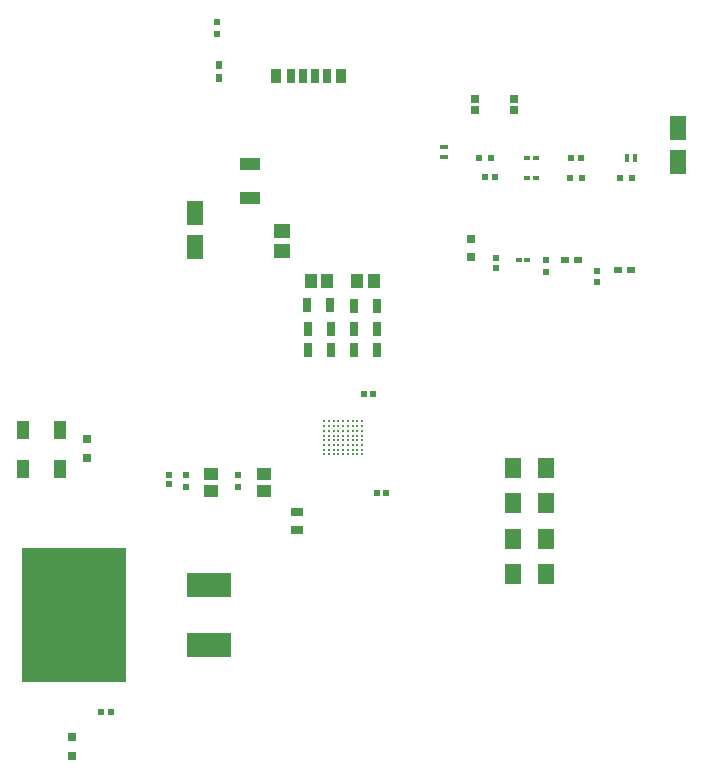
<source format=gbr>
%TF.GenerationSoftware,Altium Limited,Altium Designer,19.0.15 (446)*%
G04 Layer_Color=8421504*
%FSLAX45Y45*%
%MOMM*%
%TF.FileFunction,Paste,Top*%
%TF.Part,Single*%
G01*
G75*
%TA.AperFunction,SMDPad,CuDef*%
%ADD10R,0.70000X1.30000*%
%ADD11R,0.50000X0.45000*%
%ADD12R,0.50000X0.50000*%
%ADD13R,0.70000X0.40000*%
%ADD14R,0.62000X0.56000*%
%ADD15R,0.60000X0.55000*%
%ADD16R,1.45000X2.10000*%
%ADD17R,0.80000X0.80000*%
%TA.AperFunction,BGAPad,CuDef*%
%ADD18C,0.21600*%
%TA.AperFunction,SMDPad,CuDef*%
%ADD19R,0.40000X0.70000*%
%ADD20R,0.50000X0.50000*%
%ADD21R,1.26213X1.00776*%
%ADD22R,0.60000X0.75000*%
%ADD23R,1.00776X1.26213*%
%ADD24R,1.40000X1.20000*%
%ADD25R,0.70000X1.15000*%
%ADD26R,0.80000X1.15000*%
%ADD27R,0.90000X1.15000*%
%ADD28R,0.75000X0.60000*%
%ADD29R,0.55000X0.60000*%
%ADD30R,0.65000X0.70000*%
%ADD31R,1.10000X1.60000*%
%ADD32R,0.61535X0.57247*%
%ADD33R,0.51535X0.47247*%
%ADD34R,1.35464X1.80620*%
%ADD35R,1.68000X1.07000*%
%ADD36R,0.47247X0.51535*%
%ADD37R,3.81000X2.08000*%
%ADD38R,8.89000X11.43000*%
%ADD39R,1.00000X0.80000*%
D10*
X3509794Y4530600D02*
D03*
X3699794D02*
D03*
X3509794Y4330600D02*
D03*
X3699794D02*
D03*
X3509794Y4155600D02*
D03*
X3699794D02*
D03*
X3301846Y4537200D02*
D03*
X3111845D02*
D03*
X3310846Y4330600D02*
D03*
X3120846D02*
D03*
X3310846Y4155600D02*
D03*
X3120846D02*
D03*
D11*
X4902800Y4914900D02*
D03*
X4977800D02*
D03*
X5049859Y5778500D02*
D03*
X4974863D02*
D03*
X5049859Y5610818D02*
D03*
X4974858D02*
D03*
D12*
X2082792Y3098006D02*
D03*
Y2998006D02*
D03*
X2349500Y6834200D02*
D03*
Y6934200D02*
D03*
X2525495Y2998001D02*
D03*
Y3098001D02*
D03*
D13*
X4272619Y5791199D02*
D03*
Y5871399D02*
D03*
D14*
X5562589Y4729204D02*
D03*
Y4825204D02*
D03*
X5137251Y4914899D02*
D03*
Y4818900D02*
D03*
D15*
X1451957Y1092199D02*
D03*
X1366957D02*
D03*
X5431699Y5778500D02*
D03*
X5346700D02*
D03*
D16*
X2159000Y5023900D02*
D03*
Y5313900D02*
D03*
X6248402Y6037800D02*
D03*
Y5747798D02*
D03*
D17*
X1117599Y880100D02*
D03*
Y720100D02*
D03*
X1249401Y3401119D02*
D03*
Y3241120D02*
D03*
X4495799Y5091501D02*
D03*
Y4941499D02*
D03*
D18*
X3257403Y3270900D02*
D03*
Y3310900D02*
D03*
Y3350900D02*
D03*
Y3390900D02*
D03*
Y3430900D02*
D03*
Y3470900D02*
D03*
Y3510900D02*
D03*
Y3550900D02*
D03*
X3297403Y3270900D02*
D03*
Y3310900D02*
D03*
Y3350900D02*
D03*
Y3390900D02*
D03*
Y3430900D02*
D03*
Y3470900D02*
D03*
Y3510900D02*
D03*
Y3550900D02*
D03*
X3337403Y3270900D02*
D03*
Y3310900D02*
D03*
Y3350900D02*
D03*
Y3430900D02*
D03*
Y3470900D02*
D03*
Y3510900D02*
D03*
Y3550900D02*
D03*
X3377403Y3270900D02*
D03*
Y3310900D02*
D03*
Y3350900D02*
D03*
Y3390900D02*
D03*
Y3430900D02*
D03*
Y3470900D02*
D03*
Y3510900D02*
D03*
Y3550900D02*
D03*
X3417403Y3270900D02*
D03*
Y3310900D02*
D03*
Y3350900D02*
D03*
Y3390900D02*
D03*
Y3430900D02*
D03*
Y3470900D02*
D03*
Y3510900D02*
D03*
Y3550900D02*
D03*
X3457403Y3270900D02*
D03*
Y3310900D02*
D03*
Y3350900D02*
D03*
Y3390900D02*
D03*
Y3430900D02*
D03*
Y3470900D02*
D03*
Y3510900D02*
D03*
Y3550900D02*
D03*
X3497403Y3270900D02*
D03*
Y3310900D02*
D03*
Y3350900D02*
D03*
Y3390900D02*
D03*
Y3430900D02*
D03*
Y3470900D02*
D03*
Y3510900D02*
D03*
Y3550900D02*
D03*
X3537403Y3270900D02*
D03*
Y3310900D02*
D03*
Y3350900D02*
D03*
Y3390900D02*
D03*
Y3430900D02*
D03*
Y3470900D02*
D03*
Y3510900D02*
D03*
Y3550900D02*
D03*
X3577403Y3270900D02*
D03*
Y3310900D02*
D03*
Y3350900D02*
D03*
Y3390900D02*
D03*
Y3430900D02*
D03*
Y3470900D02*
D03*
Y3510900D02*
D03*
Y3550900D02*
D03*
X3337403Y3390900D02*
D03*
D19*
X5887670Y5778498D02*
D03*
X5817668D02*
D03*
D20*
X4567499Y5778500D02*
D03*
X4667499D02*
D03*
X5862359Y5610818D02*
D03*
X5762360D02*
D03*
X5437361D02*
D03*
X5337362D02*
D03*
D21*
X2743200Y3105518D02*
D03*
Y2965081D02*
D03*
X2298700Y3105518D02*
D03*
Y2965081D02*
D03*
D22*
X2362198Y6460101D02*
D03*
Y6570098D02*
D03*
D23*
X3536581Y4737100D02*
D03*
X3677018D02*
D03*
X3281283D02*
D03*
X3140846D02*
D03*
D24*
X2895598Y5164998D02*
D03*
Y4995001D02*
D03*
D25*
X3177400Y6475620D02*
D03*
X3077400D02*
D03*
D26*
X2975400D02*
D03*
X3279400D02*
D03*
D27*
X2852400D02*
D03*
X3402400D02*
D03*
D28*
X5401702Y4914901D02*
D03*
X5291700D02*
D03*
X5740798Y4833896D02*
D03*
X5850800D02*
D03*
D29*
X4711699Y4932002D02*
D03*
Y4846999D02*
D03*
D30*
X4533898Y6283199D02*
D03*
Y6188198D02*
D03*
X4864101Y6283199D02*
D03*
Y6188198D02*
D03*
D31*
X1018600Y3149601D02*
D03*
X708598D02*
D03*
X1018601Y3479799D02*
D03*
X708599D02*
D03*
D32*
X4706951Y5620156D02*
D03*
X4621241D02*
D03*
D33*
X3670056Y3784600D02*
D03*
X3594343D02*
D03*
X3701023Y2941318D02*
D03*
X3776735D02*
D03*
D34*
X4858004Y3158280D02*
D03*
X5133157D02*
D03*
X4858004Y2858281D02*
D03*
X5133157D02*
D03*
X4858004Y2558281D02*
D03*
X5133157D02*
D03*
X4856805Y2254980D02*
D03*
X5131958D02*
D03*
D35*
X2628900Y5441701D02*
D03*
Y5727700D02*
D03*
D36*
X1943102Y3019032D02*
D03*
Y3094745D02*
D03*
D37*
X2283460Y2169260D02*
D03*
Y1661260D02*
D03*
D38*
X1140460Y1915260D02*
D03*
D39*
X3022600Y2631298D02*
D03*
Y2781300D02*
D03*
%TF.MD5,9ba99fdee4a738d790e32215ccc800f7*%
M02*

</source>
